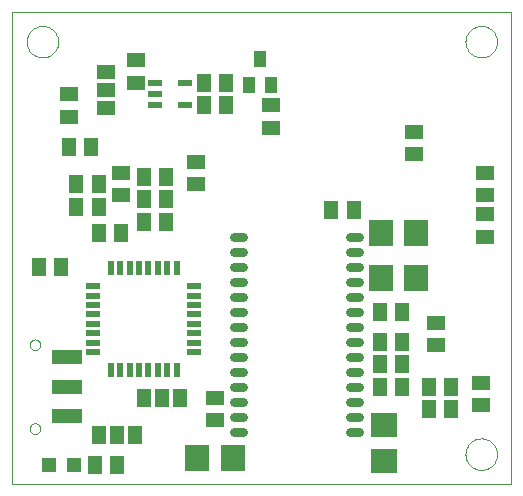
<source format=gtp>
G75*
%MOIN*%
%OFA0B0*%
%FSLAX24Y24*%
%IPPOS*%
%LPD*%
%AMOC8*
5,1,8,0,0,1.08239X$1,22.5*
%
%ADD10C,0.0000*%
%ADD11C,0.0300*%
%ADD12R,0.0630X0.0512*%
%ADD13R,0.0220X0.0500*%
%ADD14R,0.0500X0.0220*%
%ADD15R,0.0512X0.0630*%
%ADD16R,0.0512X0.0591*%
%ADD17R,0.0591X0.0512*%
%ADD18R,0.0472X0.0217*%
%ADD19R,0.0630X0.0460*%
%ADD20R,0.0787X0.0866*%
%ADD21R,0.0866X0.0787*%
%ADD22R,0.0394X0.0551*%
%ADD23R,0.0472X0.0472*%
%ADD24R,0.0984X0.0472*%
%ADD25R,0.0460X0.0630*%
D10*
X000851Y000675D02*
X000851Y016421D01*
X017471Y016421D01*
X017471Y000675D01*
X000851Y000675D01*
X001424Y002527D02*
X001426Y002553D01*
X001432Y002579D01*
X001442Y002604D01*
X001455Y002627D01*
X001471Y002647D01*
X001491Y002665D01*
X001513Y002680D01*
X001536Y002692D01*
X001562Y002700D01*
X001588Y002704D01*
X001614Y002704D01*
X001640Y002700D01*
X001666Y002692D01*
X001690Y002680D01*
X001711Y002665D01*
X001731Y002647D01*
X001747Y002627D01*
X001760Y002604D01*
X001770Y002579D01*
X001776Y002553D01*
X001778Y002527D01*
X001776Y002501D01*
X001770Y002475D01*
X001760Y002450D01*
X001747Y002427D01*
X001731Y002407D01*
X001711Y002389D01*
X001689Y002374D01*
X001666Y002362D01*
X001640Y002354D01*
X001614Y002350D01*
X001588Y002350D01*
X001562Y002354D01*
X001536Y002362D01*
X001512Y002374D01*
X001491Y002389D01*
X001471Y002407D01*
X001455Y002427D01*
X001442Y002450D01*
X001432Y002475D01*
X001426Y002501D01*
X001424Y002527D01*
X001424Y005323D02*
X001426Y005349D01*
X001432Y005375D01*
X001442Y005400D01*
X001455Y005423D01*
X001471Y005443D01*
X001491Y005461D01*
X001513Y005476D01*
X001536Y005488D01*
X001562Y005496D01*
X001588Y005500D01*
X001614Y005500D01*
X001640Y005496D01*
X001666Y005488D01*
X001690Y005476D01*
X001711Y005461D01*
X001731Y005443D01*
X001747Y005423D01*
X001760Y005400D01*
X001770Y005375D01*
X001776Y005349D01*
X001778Y005323D01*
X001776Y005297D01*
X001770Y005271D01*
X001760Y005246D01*
X001747Y005223D01*
X001731Y005203D01*
X001711Y005185D01*
X001689Y005170D01*
X001666Y005158D01*
X001640Y005150D01*
X001614Y005146D01*
X001588Y005146D01*
X001562Y005150D01*
X001536Y005158D01*
X001512Y005170D01*
X001491Y005185D01*
X001471Y005203D01*
X001455Y005223D01*
X001442Y005246D01*
X001432Y005271D01*
X001426Y005297D01*
X001424Y005323D01*
X001326Y015425D02*
X001328Y015470D01*
X001334Y015515D01*
X001343Y015559D01*
X001357Y015602D01*
X001374Y015644D01*
X001394Y015684D01*
X001418Y015723D01*
X001446Y015759D01*
X001476Y015792D01*
X001509Y015823D01*
X001544Y015851D01*
X001582Y015876D01*
X001622Y015897D01*
X001663Y015915D01*
X001706Y015930D01*
X001750Y015940D01*
X001795Y015947D01*
X001840Y015950D01*
X001885Y015949D01*
X001930Y015944D01*
X001974Y015935D01*
X002018Y015923D01*
X002060Y015907D01*
X002100Y015887D01*
X002139Y015864D01*
X002176Y015837D01*
X002210Y015808D01*
X002242Y015776D01*
X002270Y015741D01*
X002296Y015704D01*
X002318Y015664D01*
X002337Y015623D01*
X002352Y015581D01*
X002364Y015537D01*
X002372Y015493D01*
X002376Y015448D01*
X002376Y015402D01*
X002372Y015357D01*
X002364Y015313D01*
X002352Y015269D01*
X002337Y015227D01*
X002318Y015186D01*
X002296Y015146D01*
X002270Y015109D01*
X002242Y015074D01*
X002210Y015042D01*
X002176Y015013D01*
X002139Y014986D01*
X002100Y014963D01*
X002060Y014943D01*
X002018Y014927D01*
X001974Y014915D01*
X001930Y014906D01*
X001885Y014901D01*
X001840Y014900D01*
X001795Y014903D01*
X001750Y014910D01*
X001706Y014920D01*
X001663Y014935D01*
X001622Y014953D01*
X001582Y014974D01*
X001544Y014999D01*
X001509Y015027D01*
X001476Y015058D01*
X001446Y015091D01*
X001418Y015127D01*
X001394Y015166D01*
X001374Y015206D01*
X001357Y015248D01*
X001343Y015291D01*
X001334Y015335D01*
X001328Y015380D01*
X001326Y015425D01*
X015951Y015425D02*
X015953Y015470D01*
X015959Y015515D01*
X015968Y015559D01*
X015982Y015602D01*
X015999Y015644D01*
X016019Y015684D01*
X016043Y015723D01*
X016071Y015759D01*
X016101Y015792D01*
X016134Y015823D01*
X016169Y015851D01*
X016207Y015876D01*
X016247Y015897D01*
X016288Y015915D01*
X016331Y015930D01*
X016375Y015940D01*
X016420Y015947D01*
X016465Y015950D01*
X016510Y015949D01*
X016555Y015944D01*
X016599Y015935D01*
X016643Y015923D01*
X016685Y015907D01*
X016725Y015887D01*
X016764Y015864D01*
X016801Y015837D01*
X016835Y015808D01*
X016867Y015776D01*
X016895Y015741D01*
X016921Y015704D01*
X016943Y015664D01*
X016962Y015623D01*
X016977Y015581D01*
X016989Y015537D01*
X016997Y015493D01*
X017001Y015448D01*
X017001Y015402D01*
X016997Y015357D01*
X016989Y015313D01*
X016977Y015269D01*
X016962Y015227D01*
X016943Y015186D01*
X016921Y015146D01*
X016895Y015109D01*
X016867Y015074D01*
X016835Y015042D01*
X016801Y015013D01*
X016764Y014986D01*
X016725Y014963D01*
X016685Y014943D01*
X016643Y014927D01*
X016599Y014915D01*
X016555Y014906D01*
X016510Y014901D01*
X016465Y014900D01*
X016420Y014903D01*
X016375Y014910D01*
X016331Y014920D01*
X016288Y014935D01*
X016247Y014953D01*
X016207Y014974D01*
X016169Y014999D01*
X016134Y015027D01*
X016101Y015058D01*
X016071Y015091D01*
X016043Y015127D01*
X016019Y015166D01*
X015999Y015206D01*
X015982Y015248D01*
X015968Y015291D01*
X015959Y015335D01*
X015953Y015380D01*
X015951Y015425D01*
X015951Y001675D02*
X015953Y001720D01*
X015959Y001765D01*
X015968Y001809D01*
X015982Y001852D01*
X015999Y001894D01*
X016019Y001934D01*
X016043Y001973D01*
X016071Y002009D01*
X016101Y002042D01*
X016134Y002073D01*
X016169Y002101D01*
X016207Y002126D01*
X016247Y002147D01*
X016288Y002165D01*
X016331Y002180D01*
X016375Y002190D01*
X016420Y002197D01*
X016465Y002200D01*
X016510Y002199D01*
X016555Y002194D01*
X016599Y002185D01*
X016643Y002173D01*
X016685Y002157D01*
X016725Y002137D01*
X016764Y002114D01*
X016801Y002087D01*
X016835Y002058D01*
X016867Y002026D01*
X016895Y001991D01*
X016921Y001954D01*
X016943Y001914D01*
X016962Y001873D01*
X016977Y001831D01*
X016989Y001787D01*
X016997Y001743D01*
X017001Y001698D01*
X017001Y001652D01*
X016997Y001607D01*
X016989Y001563D01*
X016977Y001519D01*
X016962Y001477D01*
X016943Y001436D01*
X016921Y001396D01*
X016895Y001359D01*
X016867Y001324D01*
X016835Y001292D01*
X016801Y001263D01*
X016764Y001236D01*
X016725Y001213D01*
X016685Y001193D01*
X016643Y001177D01*
X016599Y001165D01*
X016555Y001156D01*
X016510Y001151D01*
X016465Y001150D01*
X016420Y001153D01*
X016375Y001160D01*
X016331Y001170D01*
X016288Y001185D01*
X016247Y001203D01*
X016207Y001224D01*
X016169Y001249D01*
X016134Y001277D01*
X016101Y001308D01*
X016071Y001341D01*
X016043Y001377D01*
X016019Y001416D01*
X015999Y001456D01*
X015982Y001498D01*
X015968Y001541D01*
X015959Y001585D01*
X015953Y001630D01*
X015951Y001675D01*
D11*
X012401Y002425D02*
X012101Y002425D01*
X012101Y002925D02*
X012401Y002925D01*
X012401Y003425D02*
X012101Y003425D01*
X012101Y003925D02*
X012401Y003925D01*
X012401Y004425D02*
X012101Y004425D01*
X012101Y004925D02*
X012401Y004925D01*
X012401Y005425D02*
X012101Y005425D01*
X012101Y005925D02*
X012401Y005925D01*
X012401Y006425D02*
X012101Y006425D01*
X012101Y006925D02*
X012401Y006925D01*
X012401Y007425D02*
X012101Y007425D01*
X012101Y007925D02*
X012401Y007925D01*
X012401Y008425D02*
X012101Y008425D01*
X012101Y008925D02*
X012401Y008925D01*
X008551Y008925D02*
X008251Y008925D01*
X008251Y008425D02*
X008551Y008425D01*
X008551Y007925D02*
X008251Y007925D01*
X008251Y007425D02*
X008551Y007425D01*
X008551Y006925D02*
X008251Y006925D01*
X008251Y006425D02*
X008551Y006425D01*
X008551Y005925D02*
X008251Y005925D01*
X008251Y005425D02*
X008551Y005425D01*
X008551Y004925D02*
X008251Y004925D01*
X008251Y004425D02*
X008551Y004425D01*
X008551Y003925D02*
X008251Y003925D01*
X008251Y003425D02*
X008551Y003425D01*
X008551Y002925D02*
X008251Y002925D01*
X008251Y002425D02*
X008551Y002425D01*
D12*
X014976Y005301D03*
X014976Y006049D03*
X016601Y008926D03*
X016601Y009674D03*
X016601Y010301D03*
X016601Y011049D03*
X009476Y012551D03*
X009476Y013299D03*
X002726Y012926D03*
X002726Y013674D03*
D13*
X004124Y007865D03*
X004439Y007865D03*
X004754Y007865D03*
X005069Y007865D03*
X005384Y007865D03*
X005699Y007865D03*
X006014Y007865D03*
X006329Y007865D03*
X006329Y004485D03*
X006014Y004485D03*
X005699Y004485D03*
X005384Y004485D03*
X005069Y004485D03*
X004754Y004485D03*
X004439Y004485D03*
X004124Y004485D03*
D14*
X003536Y005073D03*
X003536Y005388D03*
X003536Y005703D03*
X003536Y006018D03*
X003536Y006332D03*
X003536Y006647D03*
X003536Y006962D03*
X003536Y007277D03*
X006916Y007277D03*
X006916Y006962D03*
X006916Y006647D03*
X006916Y006332D03*
X006916Y006018D03*
X006916Y005703D03*
X006916Y005388D03*
X006916Y005073D03*
D15*
X004350Y001300D03*
X003602Y001300D03*
X003725Y009925D03*
X002977Y009925D03*
X002977Y010675D03*
X003725Y010675D03*
X003475Y011925D03*
X002727Y011925D03*
X005227Y010925D03*
X005227Y010175D03*
X005975Y010175D03*
X005975Y010925D03*
X013102Y005425D03*
X013850Y005425D03*
X014727Y003925D03*
X015475Y003925D03*
X015475Y003175D03*
X014727Y003175D03*
D16*
X013850Y003925D03*
X013102Y003925D03*
X013102Y004675D03*
X013850Y004675D03*
X013850Y006425D03*
X013102Y006425D03*
X012225Y009800D03*
X011477Y009800D03*
X007975Y013300D03*
X007227Y013300D03*
X007227Y014050D03*
X007975Y014050D03*
X005975Y009425D03*
X005227Y009425D03*
X004475Y009050D03*
X003727Y009050D03*
X002475Y007925D03*
X001727Y007925D03*
D17*
X004476Y010301D03*
X004476Y011049D03*
X006976Y010676D03*
X006976Y011424D03*
X004976Y014051D03*
X004976Y014799D03*
X014226Y012424D03*
X014226Y011676D03*
X016476Y004049D03*
X016476Y003301D03*
X007601Y003549D03*
X007601Y002801D03*
D18*
X006613Y013301D03*
X006613Y014049D03*
X005590Y014049D03*
X005590Y013675D03*
X005590Y013301D03*
D19*
X003976Y013200D03*
X003976Y013800D03*
X003976Y014400D03*
D20*
X013136Y009050D03*
X014317Y009050D03*
X014317Y007550D03*
X013136Y007550D03*
X008192Y001550D03*
X007011Y001550D03*
D21*
X013226Y001459D03*
X013226Y002641D03*
D22*
X009475Y013992D03*
X008727Y013992D03*
X009101Y014858D03*
D23*
X002890Y001300D03*
X002063Y001300D03*
D24*
X002684Y002941D03*
X002684Y003925D03*
X002684Y004909D03*
D25*
X005251Y003550D03*
X005851Y003550D03*
X006451Y003550D03*
X004951Y002300D03*
X004351Y002300D03*
X003751Y002300D03*
M02*

</source>
